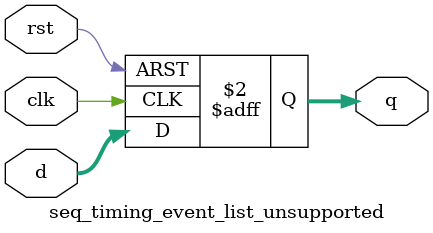
<source format=sv>

module seq_timing_event_list_unsupported(
  input logic clk,
  input logic rst,
  input logic [7:0] d,
  output logic [7:0] q
);
  // Unsupported timing extraction case: event list contains multiple events.
  always_ff @(posedge clk or posedge rst) begin
    if (rst) q <= 8'h00;
    else q <= d;
  end
endmodule

</source>
